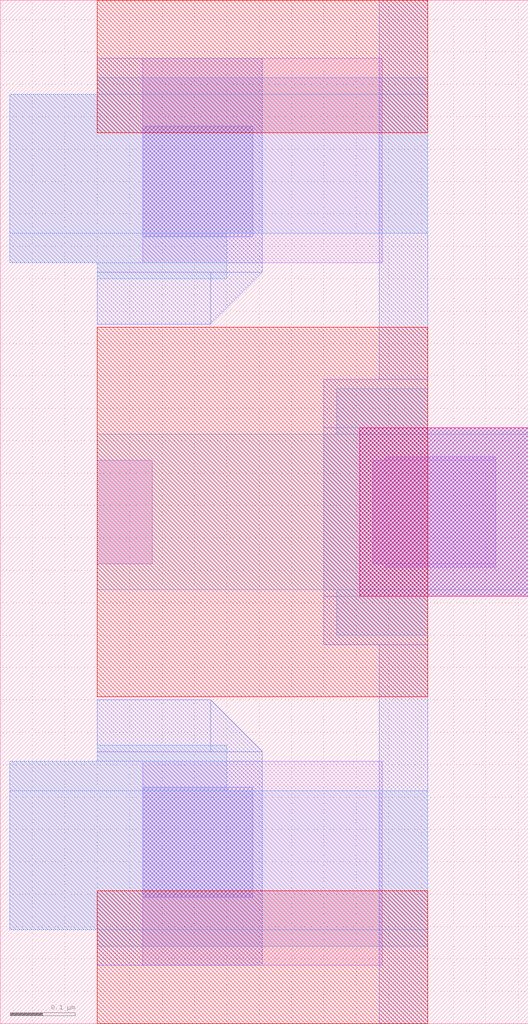
<source format=lef>
# Copyright 2020 The SkyWater PDK Authors
#
# Licensed under the Apache License, Version 2.0 (the "License");
# you may not use this file except in compliance with the License.
# You may obtain a copy of the License at
#
#     https://www.apache.org/licenses/LICENSE-2.0
#
# Unless required by applicable law or agreed to in writing, software
# distributed under the License is distributed on an "AS IS" BASIS,
# WITHOUT WARRANTIES OR CONDITIONS OF ANY KIND, either express or implied.
# See the License for the specific language governing permissions and
# limitations under the License.
#
# SPDX-License-Identifier: Apache-2.0

VERSION 5.7 ;
  NOWIREEXTENSIONATPIN ON ;
  DIVIDERCHAR "/" ;
  BUSBITCHARS "[]" ;
MACRO sky130_fd_bd_sram__sram_dp_wlstrap
  CLASS BLOCK ;
  FOREIGN sky130_fd_bd_sram__sram_dp_wlstrap ;
  ORIGIN  0.150000  0.000000 ;
  SIZE  0.815000 BY  1.580000 ;
  OBS
    LAYER li1 ;
      RECT 0.000000 0.710000 0.085000 0.870000 ;
      RECT 0.070000 0.090000 0.440000 0.405000 ;
      RECT 0.070000 1.175000 0.440000 1.490000 ;
      RECT 0.425000 0.710000 0.615000 0.870000 ;
      RECT 0.445000 0.705000 0.615000 0.710000 ;
      RECT 0.445000 0.870000 0.615000 0.875000 ;
    LAYER mcon ;
      RECT 0.070000 0.195000 0.240000 0.365000 ;
      RECT 0.070000 1.215000 0.240000 1.385000 ;
    LAYER met1 ;
      POLYGON  0.175000 0.500000 0.255000 0.420000 0.175000 0.420000 ;
      POLYGON  0.175000 1.160000 0.255000 1.160000 0.175000 1.080000 ;
      RECT -0.135000 0.145000 0.255000 0.405000 ;
      RECT -0.135000 1.175000 0.255000 1.435000 ;
      RECT  0.000000 0.090000 0.255000 0.145000 ;
      RECT  0.000000 0.405000 0.255000 0.420000 ;
      RECT  0.000000 0.420000 0.175000 0.500000 ;
      RECT  0.000000 1.080000 0.175000 1.160000 ;
      RECT  0.000000 1.160000 0.255000 1.175000 ;
      RECT  0.000000 1.435000 0.255000 1.490000 ;
      RECT  0.350000 0.585000 0.510000 0.660000 ;
      RECT  0.350000 0.660000 0.665000 0.920000 ;
      RECT  0.350000 0.920000 0.510000 0.995000 ;
      RECT  0.435000 0.000000 0.510000 0.585000 ;
      RECT  0.435000 0.995000 0.510000 1.580000 ;
    LAYER met2 ;
      RECT -0.135000 0.145000 0.510000 0.360000 ;
      RECT -0.135000 0.360000 0.200000 0.405000 ;
      RECT -0.135000 1.175000 0.200000 1.220000 ;
      RECT -0.135000 1.220000 0.510000 1.435000 ;
      RECT  0.000000 0.120000 0.510000 0.145000 ;
      RECT  0.000000 0.405000 0.200000 0.430000 ;
      RECT  0.000000 0.670000 0.665000 0.910000 ;
      RECT  0.000000 1.150000 0.200000 1.175000 ;
      RECT  0.000000 1.435000 0.510000 1.460000 ;
      RECT  0.370000 0.600000 0.510000 0.660000 ;
      RECT  0.370000 0.660000 0.665000 0.670000 ;
      RECT  0.370000 0.910000 0.665000 0.920000 ;
      RECT  0.370000 0.920000 0.510000 0.980000 ;
    LAYER met3 ;
      RECT 0.000000 0.000000 0.510000 0.205000 ;
      RECT 0.000000 0.505000 0.510000 1.075000 ;
      RECT 0.000000 1.375000 0.510000 1.580000 ;
    LAYER via ;
      RECT 0.405000 0.660000 0.665000 0.920000 ;
  END
END sky130_fd_bd_sram__sram_dp_wlstrap
END LIBRARY

</source>
